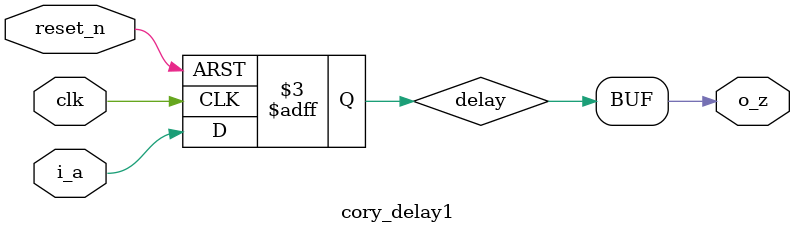
<source format=v>
`ifndef CORY_DELAY1
    `define CORY_DELAY1

module cory_delay1 #(
    parameter   N   = 1
) (
    input           clk,
    input   [N-1:0] i_a,
    output  [N-1:0] o_z,
    input           reset_n
);

reg     [N-1:0] delay;
always @(posedge clk or negedge reset_n)
    if (!reset_n)
        delay   <= 0;
    else
        delay   <= i_a;

assign  o_z     = delay;

endmodule


`endif

</source>
